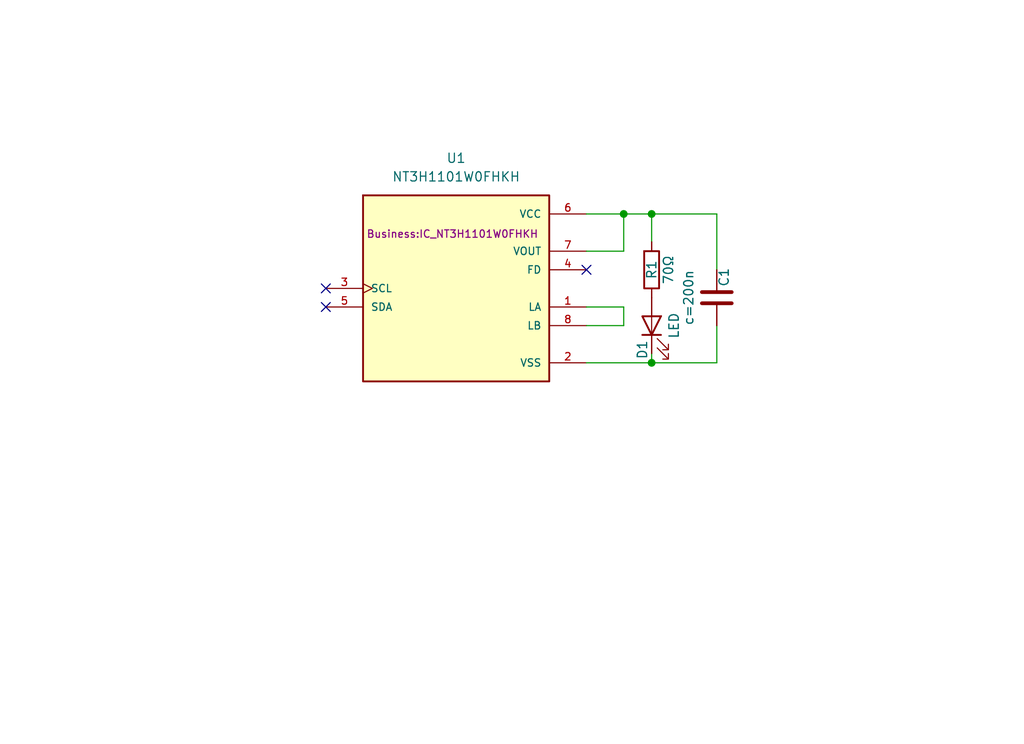
<source format=kicad_sch>
(kicad_sch (version 20231120) (generator "eeschema") (generator_version "8.0")
  (paper "User" 139.7 101.6)
  (title_block (title "NFC Visistkort") (date "2024-09-01") (rev "2"))
  (lib_symbols
    (symbol "Business:NT3H1101W0FHKH" (pin_names (offset 1.016))
      (property "Reference" "U" (at -12.7 13.462 0))
      (property "Value" "NT3H1101W0FHKH" (at -12.7 -15.24 0))
      (symbol "NT3H1101W0FHKH_0_0"
        (rectangle (start -12.7 -12.7) (end 12.7 12.7) (stroke (width 0.254)) (fill (type background)))
        (pin bidirectional line (at 17.78 -2.54 180) (length 5.08) (name "LA") (number "1"))
        (pin power_in line (at 17.78 -10.16 180) (length 5.08) (name "VSS") (number "2"))
        (pin input clock (at -17.78 0 0) (length 5.08) (name "SCL") (number "3"))
        (pin output line (at 17.78 2.54 180) (length 5.08) (name "FD") (number "4"))
        (pin bidirectional line (at -17.78 -2.54 0) (length 5.08) (name "SDA") (number "5"))
        (pin power_in line (at 17.78 10.16 180) (length 5.08) (name "VCC") (number "6"))
        (pin output line (at 17.78 5.08 180) (length 5.08) (name "VOUT") (number "7"))
        (pin bidirectional line (at 17.78 -5.08 180) (length 5.08) (name "LB") (number "8"))
      )
    )
    (symbol "Device:C" (pin_numbers hide) (pin_names (offset 0.254))
      (property "Reference" "C" (at 0.635 2.54 0))
      (property "Value" "C" (at 0.635 -2.54 0))
      (symbol "C_0_1"
        (polyline (pts (xy -2.032 -0.762) (xy 2.032 -0.762)) (stroke (width 0.508)))
        (polyline (pts (xy -2.032 0.762) (xy 2.032 0.762)) (stroke (width 0.508)))
      )
      (symbol "C_1_1"
        (pin passive line (at 0 3.81 270) (length 2.794) (name "~") (number "1"))
        (pin passive line (at 0 -3.81 90) (length 2.794) (name "~") (number "2"))
      )
    )
    (symbol "Device:LED" (pin_numbers hide) (pin_names (offset 1.016) hide)
      (property "Reference" "D" (at 0 2.54 0))
      (property "Value" "LED" (at 0 -2.54 0))
      (symbol "LED_0_1"
        (polyline (pts (xy -1.27 -1.27) (xy -1.27 1.27)) (stroke (width 0.254)))
        (polyline (pts (xy -1.27 0) (xy 1.27 0)))
        (polyline (pts (xy 1.27 -1.27) (xy 1.27 1.27) (xy -1.27 0) (xy 1.27 -1.27)) (stroke (width 0.254)))
        (polyline (pts (xy -3.048 -0.762) (xy -4.572 -2.286) (xy -3.81 -2.286) (xy -4.572 -2.286) (xy -4.572 -1.524)))
        (polyline (pts (xy -1.778 -0.762) (xy -3.302 -2.286) (xy -2.54 -2.286) (xy -3.302 -2.286) (xy -3.302 -1.524)))
      )
      (symbol "LED_1_1"
        (pin passive line (at -3.81 0 0) (length 2.54) (name "K") (number "1"))
        (pin passive line (at 3.81 0 180) (length 2.54) (name "A") (number "2"))
      )
    )
    (symbol "Device:R" (pin_numbers hide) (pin_names (offset 0))
      (property "Reference" "R" (at 2.032 0 90))
      (property "Value" "R" (at 0 0 90))
      (symbol "R_0_1"
        (rectangle (start -1.016 -2.54) (end 1.016 2.54) (stroke (width 0.254)))
      )
      (symbol "R_1_1"
        (pin passive line (at 0 3.81 270) (length 1.27) (name "~") (number "1"))
        (pin passive line (at 0 -3.81 90) (length 1.27) (name "~") (number "2"))
      )
    )
  )
  (junction (at 85.09 29.21))
  (junction (at 88.9 49.53))
  (junction (at 88.9 29.21))
  (no_connect (at 44.45 41.91))
  (no_connect (at 44.45 39.37))
  (no_connect (at 80.01 36.83))
  (wire (pts (xy 80.01 29.21) (xy 85.09 29.21)))
  (wire (pts (xy 80.01 44.45) (xy 85.09 44.45)))
  (wire (pts (xy 88.9 29.21) (xy 97.79 29.21)))
  (wire (pts (xy 88.9 48.26) (xy 88.9 49.53)))
  (wire (pts (xy 97.79 49.53) (xy 88.9 49.53)))
  (wire (pts (xy 88.9 29.21) (xy 88.9 33.02)))
  (wire (pts (xy 85.09 29.21) (xy 85.09 34.29)))
  (wire (pts (xy 80.01 41.91) (xy 85.09 41.91)))
  (wire (pts (xy 80.01 34.29) (xy 85.09 34.29)))
  (wire (pts (xy 88.9 29.21) (xy 85.09 29.21)))
  (wire (pts (xy 97.79 44.45) (xy 97.79 49.53)))
  (wire (pts (xy 88.9 49.53) (xy 80.01 49.53)))
  (wire (pts (xy 97.79 29.21) (xy 97.79 36.83)))
  (wire (pts (xy 85.09 41.91) (xy 85.09 44.45)))
  (symbol (lib_id "Business:NT3H1101W0FHKH") (at 62.23 39.37 0) (unit 1)
    (property "Reference" "U1" (at 62.23 21.59 0))
    (property "Value" "NT3H1101W0FHKH" (at 62.23 24.13 0))
    (property "Footprint" "Business:IC_NT3H1101W0FHKH" (at 61.722 32.512 0) (effects (font (size 1.016 1.016)) (justify bottom)))
    (property "PARTREV" "3.3" (effects (hide yes)))
    (property "STANDARD" "Manufacturer Recommendations" (effects (hide yes)))
    (property "SNAPEDA_PN" "NT3H1101W0FHKH" (effects (hide yes)))
    (property "MAXIMUM_PACKAGE_HEIGHT" "0.5mm" (effects (hide yes)))
    (property "MANUFACTURER" "NXP" (effects (hide yes)))
  )
  (symbol (lib_id "Device:C") (at 97.79 40.64 180) (unit 1)
    (property "Reference" "C1" (at 98.044 37.846 90) (effects (justify bottom)))
    (property "Value" "c=200n" (at 93.218 40.64 90) (effects (justify bottom)))
    (property "Footprint" "Capacitor_SMD:C_0402_1005Metric" (effects (hide yes)))
    (property "Description" "Unpolarized capacitor" (effects (hide yes)))
    (property "Sim.Device" "C" (effects (hide yes)))
    (property "Sim.Params" "c=200n" (effects (hide yes)))
    (property "Sim.Pins" "1=+ 2=-" (effects (hide yes)))
  )
  (symbol (lib_id "Device:LED") (at 88.9 44.45 90) (unit 1)
    (property "Reference" "D1" (at 87.63 47.752 0))
    (property "Value" "LED" (at 91.948 44.45 0))
    (property "Footprint" "LED_SMD:LED_0402_1005Metric" (effects (hide yes)))
    (property "Description" "Light emitting diode" (effects (hide yes)))
    (property "Sim.Device" "D" (effects (hide yes)))
    (property "Sim.Pins" "1=A 2=K" (effects (hide yes)))
  )
  (symbol (lib_id "Device:R") (at 88.9 36.83 0) (unit 1)
    (property "Reference" "R1" (at 88.9 36.83 90))
    (property "Value" "70Ω" (at 91.186 36.83 90))
    (property "Footprint" "Resistor_SMD:R_0402_1005Metric" (effects (hide yes)))
    (property "Description" "Resistor" (effects (hide yes)))
    (property "Sim.Device" "R" (effects (hide yes)))
    (property "Sim.Pins" "1=+ 2=-" (effects (hide yes)))
    (property "Sim.Params" "r=47" (effects (hide yes)))
  )
)
</source>
